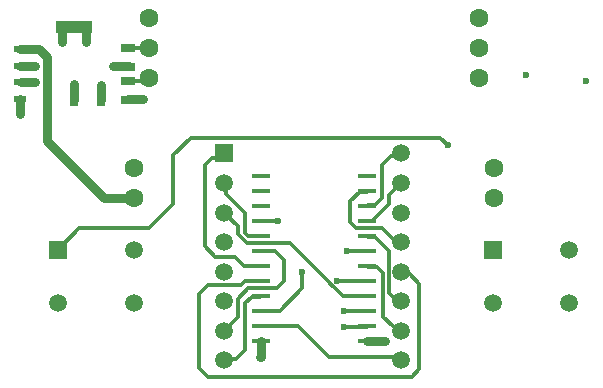
<source format=gbl>
G04*
G04 #@! TF.GenerationSoftware,Altium Limited,Altium Designer,21.7.2 (23)*
G04*
G04 Layer_Physical_Order=4*
G04 Layer_Color=16711680*
%FSLAX44Y44*%
%MOMM*%
G71*
G04*
G04 #@! TF.SameCoordinates,F696B693-9937-4AF9-BD54-0FAC2BC342AB*
G04*
G04*
G04 #@! TF.FilePolarity,Positive*
G04*
G01*
G75*
%ADD14R,1.3000X0.7000*%
%ADD22C,0.7620*%
%ADD23C,0.3048*%
%ADD24C,1.6000*%
%ADD25C,1.4980*%
%ADD26R,1.4980X1.4980*%
%ADD27R,1.5000X1.5000*%
%ADD28C,1.5000*%
%ADD29C,0.6000*%
%ADD35R,1.5000X0.4500*%
%ADD36R,1.0000X0.6000*%
%ADD37R,0.8000X1.1000*%
%ADD38R,3.1000X1.1000*%
D14*
X109220Y292230D02*
D03*
Y276730D02*
D03*
Y264290D02*
D03*
Y248790D02*
D03*
D22*
X40500Y248400D02*
Y284620D01*
Y213500D02*
Y248400D01*
Y213500D02*
X88900Y165100D01*
X114300D01*
X17780Y291480D02*
X33640D01*
X40500Y284620D01*
X108700Y248920D02*
X121920D01*
X17780Y236220D02*
Y249440D01*
X96520Y276860D02*
X109740D01*
X73660Y297180D02*
Y310400D01*
X53340Y297180D02*
Y310400D01*
X63500Y248400D02*
Y261620D01*
X86248Y248666D02*
Y260746D01*
X18034Y263510D02*
X30114D01*
X17780Y277480D02*
X29860D01*
X30480Y276860D01*
X311700Y44450D02*
X326390D01*
X221700Y31200D02*
Y44450D01*
X220980Y30480D02*
X221700Y31200D01*
D23*
X147320Y160020D02*
Y201930D01*
X162052Y216662D01*
X127000Y139700D02*
X147320Y160020D01*
X67800Y139700D02*
X127000D01*
X49300Y121200D02*
X67800Y139700D01*
X162052Y216662D02*
X373380D01*
X109220Y264290D02*
X124590D01*
X127000Y266700D01*
X109350Y292100D02*
X127000D01*
X109220Y292230D02*
X109350Y292100D01*
X373380Y216662D02*
X379984Y210058D01*
X319496Y107224D02*
X325120Y101600D01*
Y64770D02*
Y101600D01*
Y64770D02*
X333107Y56783D01*
X311700Y107950D02*
X312426Y107224D01*
X319496D01*
X316950Y146050D02*
X317676Y146776D01*
Y147496D02*
X330200Y160020D01*
Y167900D01*
X317676Y146776D02*
Y147496D01*
X311700Y146050D02*
X316950D01*
X297180Y144780D02*
Y162560D01*
X305344Y170724D01*
X297180Y144780D02*
X302260Y139700D01*
X323850D01*
X305344Y170724D02*
X310974D01*
X311700Y171450D01*
X323850Y139700D02*
X333063Y130487D01*
X338213D02*
X340500Y128200D01*
X333063Y130487D02*
X338213D01*
X347397Y100913D02*
X355600Y92710D01*
Y20320D02*
Y92710D01*
X340500Y103200D02*
X342787Y100913D01*
X347397D01*
X349250Y13970D02*
X355600Y20320D01*
X168910Y21590D02*
X176530Y13970D01*
X349250D01*
X168910Y83820D02*
X176530Y91440D01*
X168910Y21590D02*
Y83820D01*
X204470Y91440D02*
X208280Y95250D01*
X176530Y91440D02*
X204470D01*
X208280Y95250D02*
X221700D01*
X208280Y135890D02*
X210820Y133350D01*
X208280Y135890D02*
Y152400D01*
X191978Y168702D02*
X208280Y152400D01*
X210820Y133350D02*
X221700D01*
X191978Y168702D02*
Y176722D01*
X190500Y178200D02*
X191978Y176722D01*
X256540Y89024D02*
Y102870D01*
X237366Y69850D02*
X256540Y89024D01*
X221700Y69850D02*
X237366D01*
X280210Y92955D02*
Y93170D01*
Y92955D02*
X283455Y89710D01*
X283670D01*
X290830Y82550D01*
X246380Y127000D02*
X280210Y93170D01*
X209550Y127000D02*
X246380D01*
X290830Y82550D02*
X311700D01*
X210820Y88900D02*
X234950D01*
X201930Y80010D02*
X210820Y88900D01*
X201930Y64630D02*
Y80010D01*
X190500Y53200D02*
X201930Y64630D01*
X201695Y134855D02*
X209550Y127000D01*
X201695Y134855D02*
Y142005D01*
X190500Y153200D02*
X201695Y142005D01*
X173990Y124460D02*
X182880Y115570D01*
X199390D01*
X173990Y124460D02*
Y193040D01*
X180214Y199263D01*
X186563D02*
X190500Y203200D01*
X180214Y199263D02*
X186563D01*
X199390Y115570D02*
X207010Y107950D01*
X221700D01*
X234950Y88900D02*
X241300Y95250D01*
Y113030D01*
X221700Y120650D02*
X233680D01*
X241300Y113030D01*
X221700Y146050D02*
X236220D01*
X303939Y55880D02*
X304482Y56424D01*
X310974D02*
X311700Y57150D01*
X304482Y56424D02*
X310974D01*
X292100Y55880D02*
X303939D01*
X292100Y69850D02*
X311700D01*
X294640Y120650D02*
X311700D01*
X285750Y95250D02*
X311700D01*
X191413Y29113D02*
X200563D01*
X190500Y28200D02*
X191413Y29113D01*
X200563D02*
X208280Y36830D01*
Y76200D01*
X213904Y81824D01*
X220974D01*
X221700Y82550D01*
X279400Y30480D02*
X338220D01*
X221700Y57150D02*
X252730D01*
X279400Y30480D01*
X338220D02*
X340500Y28200D01*
X333307Y81983D02*
X333483D01*
X330200Y85090D02*
X333307Y81983D01*
X337266Y78200D02*
X340500D01*
X333483Y81983D02*
X337266Y78200D01*
X330200Y85090D02*
Y120650D01*
X318226Y132624D02*
X330200Y120650D01*
X311700Y133350D02*
X312426Y132624D01*
X318226D01*
X333107Y56783D02*
X333683D01*
X337266Y53200D02*
X340500D01*
X333683Y56783D02*
X337266Y53200D01*
X330200Y167900D02*
X340500Y178200D01*
X323850Y193040D02*
X331767Y200957D01*
X323850Y165100D02*
Y193040D01*
X318226Y159476D02*
X323850Y165100D01*
X338257Y200957D02*
X340500Y203200D01*
X331767Y200957D02*
X338257D01*
X311700Y158750D02*
X312426Y159476D01*
X318226D01*
D24*
X127000Y317500D02*
D03*
Y292100D02*
D03*
Y266700D02*
D03*
X406400D02*
D03*
Y292100D02*
D03*
Y317500D02*
D03*
X419100Y165100D02*
D03*
Y190500D02*
D03*
X114300Y165100D02*
D03*
Y190500D02*
D03*
D25*
X49300Y76200D02*
D03*
X114300D02*
D03*
Y121200D02*
D03*
X417600Y76200D02*
D03*
X482600D02*
D03*
Y121200D02*
D03*
D26*
X49300D02*
D03*
X417600D02*
D03*
D27*
X190500Y203200D02*
D03*
D28*
Y178200D02*
D03*
Y153200D02*
D03*
Y128200D02*
D03*
Y103200D02*
D03*
Y78200D02*
D03*
Y53200D02*
D03*
Y28200D02*
D03*
X340500D02*
D03*
Y53200D02*
D03*
Y78200D02*
D03*
Y103200D02*
D03*
Y128200D02*
D03*
Y153200D02*
D03*
Y178200D02*
D03*
Y203200D02*
D03*
D29*
X496440Y264290D02*
D03*
X446024Y269494D02*
D03*
X121920Y248920D02*
D03*
X17780Y236220D02*
D03*
X96520Y276860D02*
D03*
X73660Y297180D02*
D03*
X53340D02*
D03*
X63500Y261620D02*
D03*
X86868Y261366D02*
D03*
X30734Y262890D02*
D03*
X30480Y276860D02*
D03*
X379984Y210058D02*
D03*
X256540Y102870D02*
D03*
X236220Y146050D02*
D03*
X292100Y55880D02*
D03*
Y69850D02*
D03*
X294640Y120650D02*
D03*
X326390Y44450D02*
D03*
X220980Y30480D02*
D03*
X285750Y95250D02*
D03*
D35*
X311700Y184150D02*
D03*
Y171450D02*
D03*
Y158750D02*
D03*
Y146050D02*
D03*
Y133350D02*
D03*
Y120650D02*
D03*
Y107950D02*
D03*
Y95250D02*
D03*
Y82550D02*
D03*
Y69850D02*
D03*
Y57150D02*
D03*
Y44450D02*
D03*
X221700Y184150D02*
D03*
Y171450D02*
D03*
Y158750D02*
D03*
Y146050D02*
D03*
Y133350D02*
D03*
Y120650D02*
D03*
Y107950D02*
D03*
Y95250D02*
D03*
Y82550D02*
D03*
Y69850D02*
D03*
Y57150D02*
D03*
Y44450D02*
D03*
D36*
X17780Y291480D02*
D03*
Y277480D02*
D03*
Y249540D02*
D03*
Y263540D02*
D03*
D37*
X86500Y248400D02*
D03*
X63500D02*
D03*
X40500D02*
D03*
D38*
X63500Y310400D02*
D03*
M02*

</source>
